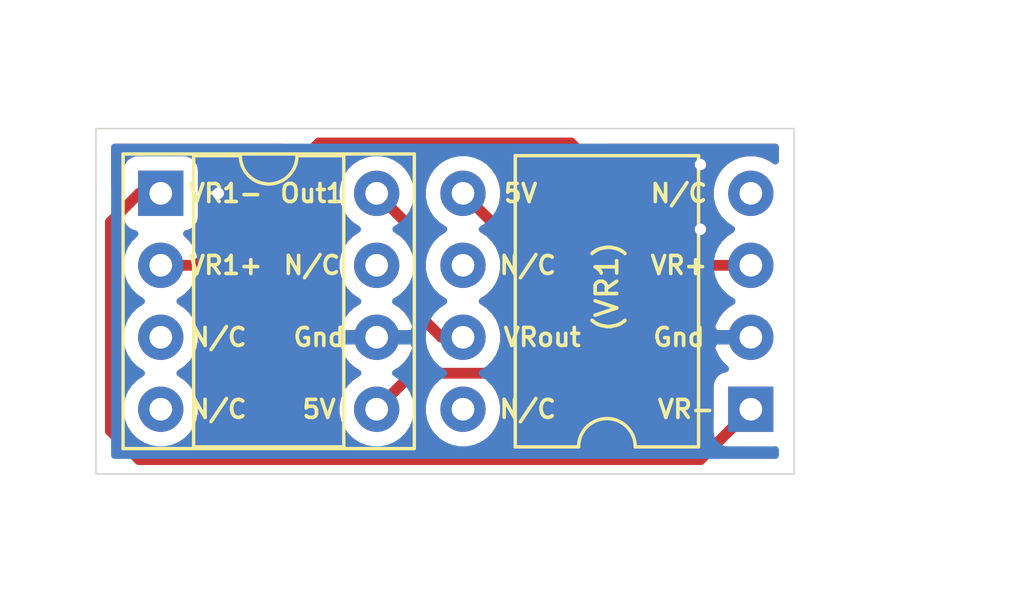
<source format=kicad_pcb>
(kicad_pcb (version 20171130) (host pcbnew "(5.1.6)-1")

  (general
    (thickness 1.6)
    (drawings 23)
    (tracks 24)
    (zones 0)
    (modules 2)
    (nets 12)
  )

  (page A4)
  (layers
    (0 F.Cu signal)
    (31 B.Cu signal)
    (32 B.Adhes user)
    (33 F.Adhes user)
    (34 B.Paste user)
    (35 F.Paste user)
    (36 B.SilkS user)
    (37 F.SilkS user)
    (38 B.Mask user)
    (39 F.Mask user)
    (40 Dwgs.User user)
    (41 Cmts.User user)
    (42 Eco1.User user)
    (43 Eco2.User user)
    (44 Edge.Cuts user)
    (45 Margin user)
    (46 B.CrtYd user)
    (47 F.CrtYd user)
    (48 B.Fab user)
    (49 F.Fab user)
  )

  (setup
    (last_trace_width 0.25)
    (user_trace_width 0.254)
    (user_trace_width 0.381)
    (user_trace_width 0.508)
    (user_trace_width 0.635)
    (user_trace_width 0.762)
    (trace_clearance 0.2)
    (zone_clearance 0.508)
    (zone_45_only no)
    (trace_min 0.2)
    (via_size 0.8)
    (via_drill 0.4)
    (via_min_size 0.4)
    (via_min_drill 0.3)
    (uvia_size 0.3)
    (uvia_drill 0.1)
    (uvias_allowed no)
    (uvia_min_size 0.2)
    (uvia_min_drill 0.1)
    (edge_width 0.05)
    (segment_width 0.2)
    (pcb_text_width 0.3)
    (pcb_text_size 1.5 1.5)
    (mod_edge_width 0.12)
    (mod_text_size 1 1)
    (mod_text_width 0.15)
    (pad_size 1.524 1.524)
    (pad_drill 0.762)
    (pad_to_mask_clearance 0.05)
    (aux_axis_origin 0 0)
    (visible_elements 7FFFFFFF)
    (pcbplotparams
      (layerselection 0x010fc_ffffffff)
      (usegerberextensions false)
      (usegerberattributes true)
      (usegerberadvancedattributes true)
      (creategerberjobfile true)
      (excludeedgelayer true)
      (linewidth 0.100000)
      (plotframeref false)
      (viasonmask false)
      (mode 1)
      (useauxorigin false)
      (hpglpennumber 1)
      (hpglpenspeed 20)
      (hpglpendiameter 15.000000)
      (psnegative false)
      (psa4output false)
      (plotreference true)
      (plotvalue true)
      (plotinvisibletext false)
      (padsonsilk false)
      (subtractmaskfromsilk false)
      (outputformat 1)
      (mirror false)
      (drillshape 0)
      (scaleselection 1)
      (outputdirectory ""))
  )

  (net 0 "")
  (net 1 VRout)
  (net 2 "Net-(U1-Pad4)")
  (net 3 "Net-(U1-Pad7)")
  (net 4 "Net-(U1-Pad3)")
  (net 5 GND)
  (net 6 VR+)
  (net 7 +5V)
  (net 8 VR-)
  (net 9 "Net-(U2-Pad8)")
  (net 10 "Net-(U2-Pad4)")
  (net 11 "Net-(U2-Pad6)")

  (net_class Default "This is the default net class."
    (clearance 0.2)
    (trace_width 0.25)
    (via_dia 0.8)
    (via_drill 0.4)
    (uvia_dia 0.3)
    (uvia_drill 0.1)
    (add_net +5V)
    (add_net GND)
    (add_net "Net-(U1-Pad3)")
    (add_net "Net-(U1-Pad4)")
    (add_net "Net-(U1-Pad7)")
    (add_net "Net-(U2-Pad4)")
    (add_net "Net-(U2-Pad6)")
    (add_net "Net-(U2-Pad8)")
    (add_net VR+)
    (add_net VR-)
    (add_net VRout)
  )

  (module Package_DIP:DIP-8_W10.16mm (layer F.Cu) (tedit 5A02E8C5) (tstamp 6345C8D4)
    (at 174.244 100.33 180)
    (descr "8-lead though-hole mounted DIP package, row spacing 10.16 mm (400 mils)")
    (tags "THT DIP DIL PDIP 2.54mm 10.16mm 400mil")
    (path /63471490)
    (fp_text reference U2 (at -3.81 3.556 90) (layer F.Fab)
      (effects (font (size 1 1) (thickness 0.15)))
    )
    (fp_text value Single_VR_Conditioner (at -2.032 3.302 270) (layer F.Fab)
      (effects (font (size 1 1) (thickness 0.15)))
    )
    (fp_line (start 2.905 -1.27) (end 8.255 -1.27) (layer F.Fab) (width 0.1))
    (fp_line (start 8.255 -1.27) (end 8.255 8.89) (layer F.Fab) (width 0.1))
    (fp_line (start 8.255 8.89) (end 1.905 8.89) (layer F.Fab) (width 0.1))
    (fp_line (start 1.905 8.89) (end 1.905 -0.27) (layer F.Fab) (width 0.1))
    (fp_line (start 1.905 -0.27) (end 2.905 -1.27) (layer F.Fab) (width 0.1))
    (fp_line (start 4.08 -1.33) (end 1.845 -1.33) (layer F.SilkS) (width 0.12))
    (fp_line (start 1.845 -1.33) (end 1.845 8.95) (layer F.SilkS) (width 0.12))
    (fp_line (start 1.845 8.95) (end 8.315 8.95) (layer F.SilkS) (width 0.12))
    (fp_line (start 8.315 8.95) (end 8.315 -1.33) (layer F.SilkS) (width 0.12))
    (fp_line (start 8.315 -1.33) (end 6.08 -1.33) (layer F.SilkS) (width 0.12))
    (fp_line (start -1.05 -1.55) (end -1.05 9.15) (layer F.CrtYd) (width 0.05))
    (fp_line (start -1.05 9.15) (end 11.25 9.15) (layer F.CrtYd) (width 0.05))
    (fp_line (start 11.25 9.15) (end 11.25 -1.55) (layer F.CrtYd) (width 0.05))
    (fp_line (start 11.25 -1.55) (end -1.05 -1.55) (layer F.CrtYd) (width 0.05))
    (fp_text user U2 (at -3.81 3.556 90) (layer F.Fab)
      (effects (font (size 1 1) (thickness 0.15)))
    )
    (fp_arc (start 5.08 -1.33) (end 4.08 -1.33) (angle -180) (layer F.SilkS) (width 0.12))
    (pad 8 thru_hole oval (at 10.16 0 180) (size 1.6 1.6) (drill 0.8) (layers *.Cu *.Mask)
      (net 9 "Net-(U2-Pad8)"))
    (pad 4 thru_hole oval (at 0 7.62 180) (size 1.6 1.6) (drill 0.8) (layers *.Cu *.Mask)
      (net 10 "Net-(U2-Pad4)"))
    (pad 7 thru_hole oval (at 10.16 2.54 180) (size 1.6 1.6) (drill 0.8) (layers *.Cu *.Mask)
      (net 1 VRout))
    (pad 3 thru_hole oval (at 0 5.08 180) (size 1.6 1.6) (drill 0.8) (layers *.Cu *.Mask)
      (net 6 VR+))
    (pad 6 thru_hole oval (at 10.16 5.08 180) (size 1.6 1.6) (drill 0.8) (layers *.Cu *.Mask)
      (net 11 "Net-(U2-Pad6)"))
    (pad 2 thru_hole oval (at 0 2.54 180) (size 1.6 1.6) (drill 0.8) (layers *.Cu *.Mask)
      (net 5 GND))
    (pad 5 thru_hole oval (at 10.16 7.62 180) (size 1.6 1.6) (drill 0.8) (layers *.Cu *.Mask)
      (net 7 +5V))
    (pad 1 thru_hole rect (at 0 0 180) (size 1.6 1.6) (drill 0.8) (layers *.Cu *.Mask)
      (net 8 VR-))
    (model ${KISYS3DMOD}/Package_DIP.3dshapes/DIP-8_W10.16mm.wrl
      (at (xyz 0 0 0))
      (scale (xyz 1 1 1))
      (rotate (xyz 0 0 0))
    )
  )

  (module Package_DIP:DIP-8_W7.62mm_Socket (layer F.Cu) (tedit 5A02E8C5) (tstamp 6345C8B8)
    (at 153.416 92.71)
    (descr "8-lead though-hole mounted DIP package, row spacing 7.62 mm (300 mils), Socket")
    (tags "THT DIP DIL PDIP 2.54mm 7.62mm 300mil Socket")
    (path /63470891)
    (fp_text reference U1 (at -4.826 3.556 90) (layer F.Fab)
      (effects (font (size 1 1) (thickness 0.15)))
    )
    (fp_text value JBPerf_Dual_VR_Conditioner (at -3.302 4.318 90) (layer F.Fab)
      (effects (font (size 1 1) (thickness 0.15)))
    )
    (fp_line (start 1.635 -1.27) (end 6.985 -1.27) (layer F.Fab) (width 0.1))
    (fp_line (start 6.985 -1.27) (end 6.985 8.89) (layer F.Fab) (width 0.1))
    (fp_line (start 6.985 8.89) (end 0.635 8.89) (layer F.Fab) (width 0.1))
    (fp_line (start 0.635 8.89) (end 0.635 -0.27) (layer F.Fab) (width 0.1))
    (fp_line (start 0.635 -0.27) (end 1.635 -1.27) (layer F.Fab) (width 0.1))
    (fp_line (start -1.27 -1.33) (end -1.27 8.95) (layer F.Fab) (width 0.1))
    (fp_line (start -1.27 8.95) (end 8.89 8.95) (layer F.Fab) (width 0.1))
    (fp_line (start 8.89 8.95) (end 8.89 -1.33) (layer F.Fab) (width 0.1))
    (fp_line (start 8.89 -1.33) (end -1.27 -1.33) (layer F.Fab) (width 0.1))
    (fp_line (start 2.81 -1.33) (end 1.16 -1.33) (layer F.SilkS) (width 0.12))
    (fp_line (start 1.16 -1.33) (end 1.16 8.95) (layer F.SilkS) (width 0.12))
    (fp_line (start 1.16 8.95) (end 6.46 8.95) (layer F.SilkS) (width 0.12))
    (fp_line (start 6.46 8.95) (end 6.46 -1.33) (layer F.SilkS) (width 0.12))
    (fp_line (start 6.46 -1.33) (end 4.81 -1.33) (layer F.SilkS) (width 0.12))
    (fp_line (start -1.33 -1.39) (end -1.33 9.01) (layer F.SilkS) (width 0.12))
    (fp_line (start -1.33 9.01) (end 8.95 9.01) (layer F.SilkS) (width 0.12))
    (fp_line (start 8.95 9.01) (end 8.95 -1.39) (layer F.SilkS) (width 0.12))
    (fp_line (start 8.95 -1.39) (end -1.33 -1.39) (layer F.SilkS) (width 0.12))
    (fp_line (start -1.55 -1.6) (end -1.55 9.2) (layer F.CrtYd) (width 0.05))
    (fp_line (start -1.55 9.2) (end 9.15 9.2) (layer F.CrtYd) (width 0.05))
    (fp_line (start 9.15 9.2) (end 9.15 -1.6) (layer F.CrtYd) (width 0.05))
    (fp_line (start 9.15 -1.6) (end -1.55 -1.6) (layer F.CrtYd) (width 0.05))
    (fp_text user %R (at -4.826 3.556 90) (layer F.Fab)
      (effects (font (size 1 1) (thickness 0.15)))
    )
    (fp_arc (start 3.81 -1.33) (end 2.81 -1.33) (angle -180) (layer F.SilkS) (width 0.12))
    (pad 8 thru_hole oval (at 7.62 0) (size 1.6 1.6) (drill 0.8) (layers *.Cu *.Mask)
      (net 1 VRout))
    (pad 4 thru_hole oval (at 0 7.62) (size 1.6 1.6) (drill 0.8) (layers *.Cu *.Mask)
      (net 2 "Net-(U1-Pad4)"))
    (pad 7 thru_hole oval (at 7.62 2.54) (size 1.6 1.6) (drill 0.8) (layers *.Cu *.Mask)
      (net 3 "Net-(U1-Pad7)"))
    (pad 3 thru_hole oval (at 0 5.08) (size 1.6 1.6) (drill 0.8) (layers *.Cu *.Mask)
      (net 4 "Net-(U1-Pad3)"))
    (pad 6 thru_hole oval (at 7.62 5.08) (size 1.6 1.6) (drill 0.8) (layers *.Cu *.Mask)
      (net 5 GND))
    (pad 2 thru_hole oval (at 0 2.54) (size 1.6 1.6) (drill 0.8) (layers *.Cu *.Mask)
      (net 6 VR+))
    (pad 5 thru_hole oval (at 7.62 7.62) (size 1.6 1.6) (drill 0.8) (layers *.Cu *.Mask)
      (net 7 +5V))
    (pad 1 thru_hole rect (at 0 0) (size 1.6 1.6) (drill 0.8) (layers *.Cu *.Mask)
      (net 8 VR-))
    (model ${KISYS3DMOD}/Package_DIP.3dshapes/DIP-8_W7.62mm_Socket.wrl
      (at (xyz 0 0 0))
      (scale (xyz 1 1 1))
      (rotate (xyz 0 0 0))
    )
  )

  (dimension 12.192 (width 0.15) (layer Dwgs.User)
    (gr_text "12.192 mm" (at 182.529 96.52 270) (layer Dwgs.User)
      (effects (font (size 1 1) (thickness 0.15)))
    )
    (feature1 (pts (xy 175.768 102.616) (xy 181.815421 102.616)))
    (feature2 (pts (xy 175.768 90.424) (xy 181.815421 90.424)))
    (crossbar (pts (xy 181.229 90.424) (xy 181.229 102.616)))
    (arrow1a (pts (xy 181.229 102.616) (xy 180.642579 101.489496)))
    (arrow1b (pts (xy 181.229 102.616) (xy 181.815421 101.489496)))
    (arrow2a (pts (xy 181.229 90.424) (xy 180.642579 91.550504)))
    (arrow2b (pts (xy 181.229 90.424) (xy 181.815421 91.550504)))
  )
  (dimension 24.638 (width 0.15) (layer Dwgs.User)
    (gr_text "24.638 mm" (at 163.449 86.584) (layer Dwgs.User)
      (effects (font (size 1 1) (thickness 0.15)))
    )
    (feature1 (pts (xy 175.768 90.424) (xy 175.768 87.297579)))
    (feature2 (pts (xy 151.13 90.424) (xy 151.13 87.297579)))
    (crossbar (pts (xy 151.13 87.884) (xy 175.768 87.884)))
    (arrow1a (pts (xy 175.768 87.884) (xy 174.641496 88.470421)))
    (arrow1b (pts (xy 175.768 87.884) (xy 174.641496 87.297579)))
    (arrow2a (pts (xy 151.13 87.884) (xy 152.256504 88.470421)))
    (arrow2b (pts (xy 151.13 87.884) (xy 152.256504 87.297579)))
  )
  (gr_line (start 151.13 90.424) (end 175.768 90.424) (layer Edge.Cuts) (width 0.05) (tstamp 6345DD29))
  (gr_line (start 151.13 102.616) (end 151.13 90.424) (layer Edge.Cuts) (width 0.05))
  (gr_line (start 175.768 102.616) (end 151.13 102.616) (layer Edge.Cuts) (width 0.05))
  (gr_line (start 175.768 90.424) (end 175.768 102.616) (layer Edge.Cuts) (width 0.05))
  (gr_text "(VR1)" (at 169.164 96.012 90) (layer F.SilkS)
    (effects (font (size 0.762 0.762) (thickness 0.127)))
  )
  (gr_text N/C (at 155.448 100.33) (layer F.SilkS) (tstamp 6345D6FD)
    (effects (font (size 0.635 0.635) (thickness 0.127)))
  )
  (gr_text N/C (at 155.448 97.79) (layer F.SilkS) (tstamp 6345D6FD)
    (effects (font (size 0.635 0.635) (thickness 0.127)))
  )
  (gr_text VR1+ (at 155.702 95.25) (layer F.SilkS) (tstamp 6345D6FD)
    (effects (font (size 0.635 0.635) (thickness 0.127)))
  )
  (gr_text VR1- (at 155.702 92.71) (layer F.SilkS) (tstamp 6345D6FD)
    (effects (font (size 0.635 0.635) (thickness 0.127)))
  )
  (gr_text Out1 (at 158.75 92.71) (layer F.SilkS) (tstamp 6345D6FD)
    (effects (font (size 0.635 0.635) (thickness 0.127)))
  )
  (gr_text N/C (at 158.75 95.25) (layer F.SilkS) (tstamp 6345D6FD)
    (effects (font (size 0.635 0.635) (thickness 0.127)))
  )
  (gr_text Gnd (at 159.004 97.79) (layer F.SilkS) (tstamp 6345D6FD)
    (effects (font (size 0.635 0.635) (thickness 0.127)))
  )
  (gr_text 5V (at 159.004 100.33) (layer F.SilkS) (tstamp 6345D6FD)
    (effects (font (size 0.635 0.635) (thickness 0.127)))
  )
  (gr_text N/C (at 166.37 100.33) (layer F.SilkS) (tstamp 6345D6FD)
    (effects (font (size 0.635 0.635) (thickness 0.127)))
  )
  (gr_text VRout (at 166.878 97.79) (layer F.SilkS) (tstamp 6345D6FD)
    (effects (font (size 0.635 0.635) (thickness 0.127)))
  )
  (gr_text N/C (at 166.37 95.25) (layer F.SilkS) (tstamp 6345D6FD)
    (effects (font (size 0.635 0.635) (thickness 0.127)))
  )
  (gr_text 5V (at 166.116 92.71) (layer F.SilkS) (tstamp 6345D6FD)
    (effects (font (size 0.635 0.635) (thickness 0.127)))
  )
  (gr_text N/C (at 171.704 92.71) (layer F.SilkS) (tstamp 6345D6FD)
    (effects (font (size 0.635 0.635) (thickness 0.127)))
  )
  (gr_text VR+ (at 171.704 95.25) (layer F.SilkS) (tstamp 6345D6FD)
    (effects (font (size 0.635 0.635) (thickness 0.127)))
  )
  (gr_text Gnd (at 171.704 97.79) (layer F.SilkS) (tstamp 6345D6FB)
    (effects (font (size 0.635 0.635) (thickness 0.127)))
  )
  (gr_text VR- (at 171.958 100.33) (layer F.SilkS)
    (effects (font (size 0.635 0.635) (thickness 0.127)))
  )

  (segment (start 163.322 97.79) (end 164.084 97.79) (width 0.381) (layer F.Cu) (net 1))
  (segment (start 161.036 92.71) (end 162.56 94.234) (width 0.381) (layer F.Cu) (net 1))
  (segment (start 162.56 97.028) (end 163.322 97.79) (width 0.381) (layer F.Cu) (net 1))
  (segment (start 162.56 94.234) (end 162.56 97.028) (width 0.381) (layer F.Cu) (net 1))
  (via (at 172.466 91.694) (size 0.8) (drill 0.4) (layers F.Cu B.Cu) (net 5))
  (via (at 172.466 93.98) (size 0.8) (drill 0.4) (layers F.Cu B.Cu) (net 5))
  (via (at 155.448 92.71) (size 0.8) (drill 0.4) (layers F.Cu B.Cu) (net 5))
  (segment (start 153.416 95.25) (end 154.686 95.25) (width 0.381) (layer F.Cu) (net 6))
  (segment (start 154.686 95.25) (end 159.004 90.932) (width 0.381) (layer F.Cu) (net 6))
  (segment (start 159.004 90.932) (end 167.894 90.932) (width 0.381) (layer F.Cu) (net 6))
  (segment (start 172.212 95.25) (end 174.244 95.25) (width 0.381) (layer F.Cu) (net 6))
  (segment (start 167.894 90.932) (end 172.212 95.25) (width 0.381) (layer F.Cu) (net 6))
  (segment (start 161.29 100.33) (end 161.036 100.33) (width 0.381) (layer F.Cu) (net 7))
  (segment (start 165.354 99.06) (end 162.306 99.06) (width 0.381) (layer F.Cu) (net 7))
  (segment (start 162.306 99.06) (end 161.036 100.33) (width 0.381) (layer F.Cu) (net 7))
  (segment (start 166.116 98.298) (end 165.354 99.06) (width 0.381) (layer F.Cu) (net 7))
  (segment (start 164.084 92.71) (end 166.116 94.742) (width 0.381) (layer F.Cu) (net 7))
  (segment (start 166.116 94.742) (end 166.116 98.298) (width 0.381) (layer F.Cu) (net 7))
  (segment (start 153.416 92.71) (end 152.654 92.71) (width 0.381) (layer F.Cu) (net 8))
  (segment (start 152.654 92.71) (end 151.638 93.726) (width 0.381) (layer F.Cu) (net 8))
  (segment (start 151.638 93.726) (end 151.638 101.092) (width 0.381) (layer F.Cu) (net 8))
  (segment (start 151.638 101.092) (end 152.654 102.108) (width 0.381) (layer F.Cu) (net 8))
  (segment (start 172.466 102.108) (end 174.244 100.33) (width 0.381) (layer F.Cu) (net 8))
  (segment (start 152.654 102.108) (end 172.466 102.108) (width 0.381) (layer F.Cu) (net 8))

  (zone (net 5) (net_name GND) (layer F.Cu) (tstamp 6345F2ED) (hatch edge 0.508)
    (connect_pads (clearance 0.508))
    (min_thickness 0.254)
    (fill yes (arc_segments 32) (thermal_gap 0.508) (thermal_bridge_width 0.508))
    (polygon
      (pts
        (xy 175.768 102.616) (xy 151.13 102.616) (xy 151.13 90.424) (xy 175.768 90.424)
      )
    )
    (filled_polygon
      (pts
        (xy 171.599607 95.80504) (xy 171.625459 95.836541) (xy 171.689596 95.889177) (xy 171.751157 95.939699) (xy 171.894566 96.016353)
        (xy 172.050174 96.063556) (xy 172.171447 96.0755) (xy 172.171449 96.0755) (xy 172.211999 96.079494) (xy 172.25255 96.0755)
        (xy 173.069722 96.0755) (xy 173.129363 96.164759) (xy 173.329241 96.364637) (xy 173.564273 96.52168) (xy 173.574865 96.526067)
        (xy 173.388869 96.637615) (xy 173.180481 96.826586) (xy 173.012963 97.05258) (xy 172.892754 97.306913) (xy 172.852096 97.440961)
        (xy 172.974085 97.663) (xy 174.117 97.663) (xy 174.117 97.643) (xy 174.371 97.643) (xy 174.371 97.663)
        (xy 174.391 97.663) (xy 174.391 97.917) (xy 174.371 97.917) (xy 174.371 97.937) (xy 174.117 97.937)
        (xy 174.117 97.917) (xy 172.974085 97.917) (xy 172.852096 98.139039) (xy 172.892754 98.273087) (xy 173.012963 98.52742)
        (xy 173.180481 98.753414) (xy 173.34408 98.901769) (xy 173.319518 98.904188) (xy 173.19982 98.940498) (xy 173.089506 98.999463)
        (xy 172.992815 99.078815) (xy 172.913463 99.175506) (xy 172.854498 99.28582) (xy 172.818188 99.405518) (xy 172.805928 99.53)
        (xy 172.805928 100.600639) (xy 172.124068 101.2825) (xy 165.160896 101.2825) (xy 165.198637 101.244759) (xy 165.35568 101.009727)
        (xy 165.463853 100.748574) (xy 165.519 100.471335) (xy 165.519 100.188665) (xy 165.463853 99.911426) (xy 165.450819 99.879958)
        (xy 165.515826 99.873556) (xy 165.671434 99.826353) (xy 165.814842 99.749699) (xy 165.940541 99.646541) (xy 165.966397 99.615035)
        (xy 166.671044 98.910389) (xy 166.702541 98.884541) (xy 166.728389 98.853045) (xy 166.728392 98.853042) (xy 166.805699 98.758843)
        (xy 166.882353 98.615434) (xy 166.900275 98.556353) (xy 166.929556 98.459826) (xy 166.9415 98.338553) (xy 166.9415 98.338551)
        (xy 166.945494 98.298) (xy 166.9415 98.25745) (xy 166.9415 94.78255) (xy 166.945494 94.742) (xy 166.940849 94.694842)
        (xy 166.929556 94.580174) (xy 166.882353 94.424566) (xy 166.836291 94.338391) (xy 166.805699 94.281157) (xy 166.755177 94.219596)
        (xy 166.702541 94.155459) (xy 166.671041 94.129608) (xy 165.498056 92.956624) (xy 165.519 92.851335) (xy 165.519 92.568665)
        (xy 165.463853 92.291426) (xy 165.35568 92.030273) (xy 165.198637 91.795241) (xy 165.160896 91.7575) (xy 167.552068 91.7575)
      )
    )
    (filled_polygon
      (pts
        (xy 159.921363 91.795241) (xy 159.76432 92.030273) (xy 159.656147 92.291426) (xy 159.601 92.568665) (xy 159.601 92.851335)
        (xy 159.656147 93.128574) (xy 159.76432 93.389727) (xy 159.921363 93.624759) (xy 160.121241 93.824637) (xy 160.353759 93.98)
        (xy 160.121241 94.135363) (xy 159.921363 94.335241) (xy 159.76432 94.570273) (xy 159.656147 94.831426) (xy 159.601 95.108665)
        (xy 159.601 95.391335) (xy 159.656147 95.668574) (xy 159.76432 95.929727) (xy 159.921363 96.164759) (xy 160.121241 96.364637)
        (xy 160.356273 96.52168) (xy 160.366865 96.526067) (xy 160.180869 96.637615) (xy 159.972481 96.826586) (xy 159.804963 97.05258)
        (xy 159.684754 97.306913) (xy 159.644096 97.440961) (xy 159.766085 97.663) (xy 160.909 97.663) (xy 160.909 97.643)
        (xy 161.163 97.643) (xy 161.163 97.663) (xy 161.183 97.663) (xy 161.183 97.917) (xy 161.163 97.917)
        (xy 161.163 97.937) (xy 160.909 97.937) (xy 160.909 97.917) (xy 159.766085 97.917) (xy 159.644096 98.139039)
        (xy 159.684754 98.273087) (xy 159.804963 98.52742) (xy 159.972481 98.753414) (xy 160.180869 98.942385) (xy 160.366865 99.053933)
        (xy 160.356273 99.05832) (xy 160.121241 99.215363) (xy 159.921363 99.415241) (xy 159.76432 99.650273) (xy 159.656147 99.911426)
        (xy 159.601 100.188665) (xy 159.601 100.471335) (xy 159.656147 100.748574) (xy 159.76432 101.009727) (xy 159.921363 101.244759)
        (xy 159.959104 101.2825) (xy 154.492896 101.2825) (xy 154.530637 101.244759) (xy 154.68768 101.009727) (xy 154.795853 100.748574)
        (xy 154.851 100.471335) (xy 154.851 100.188665) (xy 154.795853 99.911426) (xy 154.68768 99.650273) (xy 154.530637 99.415241)
        (xy 154.330759 99.215363) (xy 154.098241 99.06) (xy 154.330759 98.904637) (xy 154.530637 98.704759) (xy 154.68768 98.469727)
        (xy 154.795853 98.208574) (xy 154.851 97.931335) (xy 154.851 97.648665) (xy 154.795853 97.371426) (xy 154.68768 97.110273)
        (xy 154.530637 96.875241) (xy 154.330759 96.675363) (xy 154.098241 96.52) (xy 154.330759 96.364637) (xy 154.530637 96.164759)
        (xy 154.590278 96.0755) (xy 154.64545 96.0755) (xy 154.686 96.079494) (xy 154.72655 96.0755) (xy 154.726553 96.0755)
        (xy 154.847826 96.063556) (xy 155.003434 96.016353) (xy 155.146842 95.939699) (xy 155.272541 95.836541) (xy 155.298398 95.805034)
        (xy 159.345933 91.7575) (xy 159.959104 91.7575)
      )
    )
    (filled_polygon
      (pts
        (xy 175.108 91.561447) (xy 174.923727 91.43832) (xy 174.662574 91.330147) (xy 174.385335 91.275) (xy 174.102665 91.275)
        (xy 173.825426 91.330147) (xy 173.564273 91.43832) (xy 173.329241 91.595363) (xy 173.129363 91.795241) (xy 172.97232 92.030273)
        (xy 172.864147 92.291426) (xy 172.809 92.568665) (xy 172.809 92.851335) (xy 172.864147 93.128574) (xy 172.97232 93.389727)
        (xy 173.129363 93.624759) (xy 173.329241 93.824637) (xy 173.561759 93.98) (xy 173.329241 94.135363) (xy 173.129363 94.335241)
        (xy 173.069722 94.4245) (xy 172.553933 94.4245) (xy 169.213432 91.084) (xy 175.108 91.084)
      )
    )
    (filled_polygon
      (pts
        (xy 154.481982 94.286586) (xy 154.332039 94.136643) (xy 154.340482 94.135812) (xy 154.46018 94.099502) (xy 154.570494 94.040537)
        (xy 154.667185 93.961185) (xy 154.746537 93.864494) (xy 154.805502 93.75418) (xy 154.841812 93.634482) (xy 154.854072 93.51)
        (xy 154.854072 91.91) (xy 154.841812 91.785518) (xy 154.805502 91.66582) (xy 154.746537 91.555506) (xy 154.667185 91.458815)
        (xy 154.570494 91.379463) (xy 154.46018 91.320498) (xy 154.340482 91.284188) (xy 154.216 91.271928) (xy 152.616 91.271928)
        (xy 152.491518 91.284188) (xy 152.37182 91.320498) (xy 152.261506 91.379463) (xy 152.164815 91.458815) (xy 152.085463 91.555506)
        (xy 152.026498 91.66582) (xy 151.990188 91.785518) (xy 151.977928 91.91) (xy 151.977928 92.218639) (xy 151.79 92.406567)
        (xy 151.79 91.084) (xy 157.684567 91.084)
      )
    )
  )
  (zone (net 5) (net_name GND) (layer B.Cu) (tstamp 6345F2EA) (hatch edge 0.508)
    (connect_pads (clearance 0.508))
    (min_thickness 0.254)
    (fill yes (arc_segments 32) (thermal_gap 0.508) (thermal_bridge_width 0.508))
    (polygon
      (pts
        (xy 175.768 102.616) (xy 151.13 102.616) (xy 151.13 90.424) (xy 175.768 90.424)
      )
    )
    (filled_polygon
      (pts
        (xy 175.108 91.561447) (xy 174.923727 91.43832) (xy 174.662574 91.330147) (xy 174.385335 91.275) (xy 174.102665 91.275)
        (xy 173.825426 91.330147) (xy 173.564273 91.43832) (xy 173.329241 91.595363) (xy 173.129363 91.795241) (xy 172.97232 92.030273)
        (xy 172.864147 92.291426) (xy 172.809 92.568665) (xy 172.809 92.851335) (xy 172.864147 93.128574) (xy 172.97232 93.389727)
        (xy 173.129363 93.624759) (xy 173.329241 93.824637) (xy 173.561759 93.98) (xy 173.329241 94.135363) (xy 173.129363 94.335241)
        (xy 172.97232 94.570273) (xy 172.864147 94.831426) (xy 172.809 95.108665) (xy 172.809 95.391335) (xy 172.864147 95.668574)
        (xy 172.97232 95.929727) (xy 173.129363 96.164759) (xy 173.329241 96.364637) (xy 173.564273 96.52168) (xy 173.574865 96.526067)
        (xy 173.388869 96.637615) (xy 173.180481 96.826586) (xy 173.012963 97.05258) (xy 172.892754 97.306913) (xy 172.852096 97.440961)
        (xy 172.974085 97.663) (xy 174.117 97.663) (xy 174.117 97.643) (xy 174.371 97.643) (xy 174.371 97.663)
        (xy 174.391 97.663) (xy 174.391 97.917) (xy 174.371 97.917) (xy 174.371 97.937) (xy 174.117 97.937)
        (xy 174.117 97.917) (xy 172.974085 97.917) (xy 172.852096 98.139039) (xy 172.892754 98.273087) (xy 173.012963 98.52742)
        (xy 173.180481 98.753414) (xy 173.34408 98.901769) (xy 173.319518 98.904188) (xy 173.19982 98.940498) (xy 173.089506 98.999463)
        (xy 172.992815 99.078815) (xy 172.913463 99.175506) (xy 172.854498 99.28582) (xy 172.818188 99.405518) (xy 172.805928 99.53)
        (xy 172.805928 101.13) (xy 172.818188 101.254482) (xy 172.854498 101.37418) (xy 172.913463 101.484494) (xy 172.992815 101.581185)
        (xy 173.089506 101.660537) (xy 173.19982 101.719502) (xy 173.319518 101.755812) (xy 173.444 101.768072) (xy 175.044 101.768072)
        (xy 175.108001 101.761769) (xy 175.108001 101.956) (xy 151.79 101.956) (xy 151.79 91.91) (xy 151.977928 91.91)
        (xy 151.977928 93.51) (xy 151.990188 93.634482) (xy 152.026498 93.75418) (xy 152.085463 93.864494) (xy 152.164815 93.961185)
        (xy 152.261506 94.040537) (xy 152.37182 94.099502) (xy 152.491518 94.135812) (xy 152.499961 94.136643) (xy 152.301363 94.335241)
        (xy 152.14432 94.570273) (xy 152.036147 94.831426) (xy 151.981 95.108665) (xy 151.981 95.391335) (xy 152.036147 95.668574)
        (xy 152.14432 95.929727) (xy 152.301363 96.164759) (xy 152.501241 96.364637) (xy 152.733759 96.52) (xy 152.501241 96.675363)
        (xy 152.301363 96.875241) (xy 152.14432 97.110273) (xy 152.036147 97.371426) (xy 151.981 97.648665) (xy 151.981 97.931335)
        (xy 152.036147 98.208574) (xy 152.14432 98.469727) (xy 152.301363 98.704759) (xy 152.501241 98.904637) (xy 152.733759 99.06)
        (xy 152.501241 99.215363) (xy 152.301363 99.415241) (xy 152.14432 99.650273) (xy 152.036147 99.911426) (xy 151.981 100.188665)
        (xy 151.981 100.471335) (xy 152.036147 100.748574) (xy 152.14432 101.009727) (xy 152.301363 101.244759) (xy 152.501241 101.444637)
        (xy 152.736273 101.60168) (xy 152.997426 101.709853) (xy 153.274665 101.765) (xy 153.557335 101.765) (xy 153.834574 101.709853)
        (xy 154.095727 101.60168) (xy 154.330759 101.444637) (xy 154.530637 101.244759) (xy 154.68768 101.009727) (xy 154.795853 100.748574)
        (xy 154.851 100.471335) (xy 154.851 100.188665) (xy 159.601 100.188665) (xy 159.601 100.471335) (xy 159.656147 100.748574)
        (xy 159.76432 101.009727) (xy 159.921363 101.244759) (xy 160.121241 101.444637) (xy 160.356273 101.60168) (xy 160.617426 101.709853)
        (xy 160.894665 101.765) (xy 161.177335 101.765) (xy 161.454574 101.709853) (xy 161.715727 101.60168) (xy 161.950759 101.444637)
        (xy 162.150637 101.244759) (xy 162.30768 101.009727) (xy 162.415853 100.748574) (xy 162.471 100.471335) (xy 162.471 100.188665)
        (xy 162.415853 99.911426) (xy 162.30768 99.650273) (xy 162.150637 99.415241) (xy 161.950759 99.215363) (xy 161.715727 99.05832)
        (xy 161.705135 99.053933) (xy 161.891131 98.942385) (xy 162.099519 98.753414) (xy 162.267037 98.52742) (xy 162.387246 98.273087)
        (xy 162.427904 98.139039) (xy 162.305915 97.917) (xy 161.163 97.917) (xy 161.163 97.937) (xy 160.909 97.937)
        (xy 160.909 97.917) (xy 159.766085 97.917) (xy 159.644096 98.139039) (xy 159.684754 98.273087) (xy 159.804963 98.52742)
        (xy 159.972481 98.753414) (xy 160.180869 98.942385) (xy 160.366865 99.053933) (xy 160.356273 99.05832) (xy 160.121241 99.215363)
        (xy 159.921363 99.415241) (xy 159.76432 99.650273) (xy 159.656147 99.911426) (xy 159.601 100.188665) (xy 154.851 100.188665)
        (xy 154.795853 99.911426) (xy 154.68768 99.650273) (xy 154.530637 99.415241) (xy 154.330759 99.215363) (xy 154.098241 99.06)
        (xy 154.330759 98.904637) (xy 154.530637 98.704759) (xy 154.68768 98.469727) (xy 154.795853 98.208574) (xy 154.851 97.931335)
        (xy 154.851 97.648665) (xy 154.795853 97.371426) (xy 154.68768 97.110273) (xy 154.530637 96.875241) (xy 154.330759 96.675363)
        (xy 154.098241 96.52) (xy 154.330759 96.364637) (xy 154.530637 96.164759) (xy 154.68768 95.929727) (xy 154.795853 95.668574)
        (xy 154.851 95.391335) (xy 154.851 95.108665) (xy 154.795853 94.831426) (xy 154.68768 94.570273) (xy 154.530637 94.335241)
        (xy 154.332039 94.136643) (xy 154.340482 94.135812) (xy 154.46018 94.099502) (xy 154.570494 94.040537) (xy 154.667185 93.961185)
        (xy 154.746537 93.864494) (xy 154.805502 93.75418) (xy 154.841812 93.634482) (xy 154.854072 93.51) (xy 154.854072 92.568665)
        (xy 159.601 92.568665) (xy 159.601 92.851335) (xy 159.656147 93.128574) (xy 159.76432 93.389727) (xy 159.921363 93.624759)
        (xy 160.121241 93.824637) (xy 160.353759 93.98) (xy 160.121241 94.135363) (xy 159.921363 94.335241) (xy 159.76432 94.570273)
        (xy 159.656147 94.831426) (xy 159.601 95.108665) (xy 159.601 95.391335) (xy 159.656147 95.668574) (xy 159.76432 95.929727)
        (xy 159.921363 96.164759) (xy 160.121241 96.364637) (xy 160.356273 96.52168) (xy 160.366865 96.526067) (xy 160.180869 96.637615)
        (xy 159.972481 96.826586) (xy 159.804963 97.05258) (xy 159.684754 97.306913) (xy 159.644096 97.440961) (xy 159.766085 97.663)
        (xy 160.909 97.663) (xy 160.909 97.643) (xy 161.163 97.643) (xy 161.163 97.663) (xy 162.305915 97.663)
        (xy 162.427904 97.440961) (xy 162.387246 97.306913) (xy 162.267037 97.05258) (xy 162.099519 96.826586) (xy 161.891131 96.637615)
        (xy 161.705135 96.526067) (xy 161.715727 96.52168) (xy 161.950759 96.364637) (xy 162.150637 96.164759) (xy 162.30768 95.929727)
        (xy 162.415853 95.668574) (xy 162.471 95.391335) (xy 162.471 95.108665) (xy 162.415853 94.831426) (xy 162.30768 94.570273)
        (xy 162.150637 94.335241) (xy 161.950759 94.135363) (xy 161.718241 93.98) (xy 161.950759 93.824637) (xy 162.150637 93.624759)
        (xy 162.30768 93.389727) (xy 162.415853 93.128574) (xy 162.471 92.851335) (xy 162.471 92.568665) (xy 162.649 92.568665)
        (xy 162.649 92.851335) (xy 162.704147 93.128574) (xy 162.81232 93.389727) (xy 162.969363 93.624759) (xy 163.169241 93.824637)
        (xy 163.401759 93.98) (xy 163.169241 94.135363) (xy 162.969363 94.335241) (xy 162.81232 94.570273) (xy 162.704147 94.831426)
        (xy 162.649 95.108665) (xy 162.649 95.391335) (xy 162.704147 95.668574) (xy 162.81232 95.929727) (xy 162.969363 96.164759)
        (xy 163.169241 96.364637) (xy 163.401759 96.52) (xy 163.169241 96.675363) (xy 162.969363 96.875241) (xy 162.81232 97.110273)
        (xy 162.704147 97.371426) (xy 162.649 97.648665) (xy 162.649 97.931335) (xy 162.704147 98.208574) (xy 162.81232 98.469727)
        (xy 162.969363 98.704759) (xy 163.169241 98.904637) (xy 163.401759 99.06) (xy 163.169241 99.215363) (xy 162.969363 99.415241)
        (xy 162.81232 99.650273) (xy 162.704147 99.911426) (xy 162.649 100.188665) (xy 162.649 100.471335) (xy 162.704147 100.748574)
        (xy 162.81232 101.009727) (xy 162.969363 101.244759) (xy 163.169241 101.444637) (xy 163.404273 101.60168) (xy 163.665426 101.709853)
        (xy 163.942665 101.765) (xy 164.225335 101.765) (xy 164.502574 101.709853) (xy 164.763727 101.60168) (xy 164.998759 101.444637)
        (xy 165.198637 101.244759) (xy 165.35568 101.009727) (xy 165.463853 100.748574) (xy 165.519 100.471335) (xy 165.519 100.188665)
        (xy 165.463853 99.911426) (xy 165.35568 99.650273) (xy 165.198637 99.415241) (xy 164.998759 99.215363) (xy 164.766241 99.06)
        (xy 164.998759 98.904637) (xy 165.198637 98.704759) (xy 165.35568 98.469727) (xy 165.463853 98.208574) (xy 165.519 97.931335)
        (xy 165.519 97.648665) (xy 165.463853 97.371426) (xy 165.35568 97.110273) (xy 165.198637 96.875241) (xy 164.998759 96.675363)
        (xy 164.766241 96.52) (xy 164.998759 96.364637) (xy 165.198637 96.164759) (xy 165.35568 95.929727) (xy 165.463853 95.668574)
        (xy 165.519 95.391335) (xy 165.519 95.108665) (xy 165.463853 94.831426) (xy 165.35568 94.570273) (xy 165.198637 94.335241)
        (xy 164.998759 94.135363) (xy 164.766241 93.98) (xy 164.998759 93.824637) (xy 165.198637 93.624759) (xy 165.35568 93.389727)
        (xy 165.463853 93.128574) (xy 165.519 92.851335) (xy 165.519 92.568665) (xy 165.463853 92.291426) (xy 165.35568 92.030273)
        (xy 165.198637 91.795241) (xy 164.998759 91.595363) (xy 164.763727 91.43832) (xy 164.502574 91.330147) (xy 164.225335 91.275)
        (xy 163.942665 91.275) (xy 163.665426 91.330147) (xy 163.404273 91.43832) (xy 163.169241 91.595363) (xy 162.969363 91.795241)
        (xy 162.81232 92.030273) (xy 162.704147 92.291426) (xy 162.649 92.568665) (xy 162.471 92.568665) (xy 162.415853 92.291426)
        (xy 162.30768 92.030273) (xy 162.150637 91.795241) (xy 161.950759 91.595363) (xy 161.715727 91.43832) (xy 161.454574 91.330147)
        (xy 161.177335 91.275) (xy 160.894665 91.275) (xy 160.617426 91.330147) (xy 160.356273 91.43832) (xy 160.121241 91.595363)
        (xy 159.921363 91.795241) (xy 159.76432 92.030273) (xy 159.656147 92.291426) (xy 159.601 92.568665) (xy 154.854072 92.568665)
        (xy 154.854072 91.91) (xy 154.841812 91.785518) (xy 154.805502 91.66582) (xy 154.746537 91.555506) (xy 154.667185 91.458815)
        (xy 154.570494 91.379463) (xy 154.46018 91.320498) (xy 154.340482 91.284188) (xy 154.216 91.271928) (xy 152.616 91.271928)
        (xy 152.491518 91.284188) (xy 152.37182 91.320498) (xy 152.261506 91.379463) (xy 152.164815 91.458815) (xy 152.085463 91.555506)
        (xy 152.026498 91.66582) (xy 151.990188 91.785518) (xy 151.977928 91.91) (xy 151.79 91.91) (xy 151.79 91.084)
        (xy 175.108 91.084)
      )
    )
  )
)

</source>
